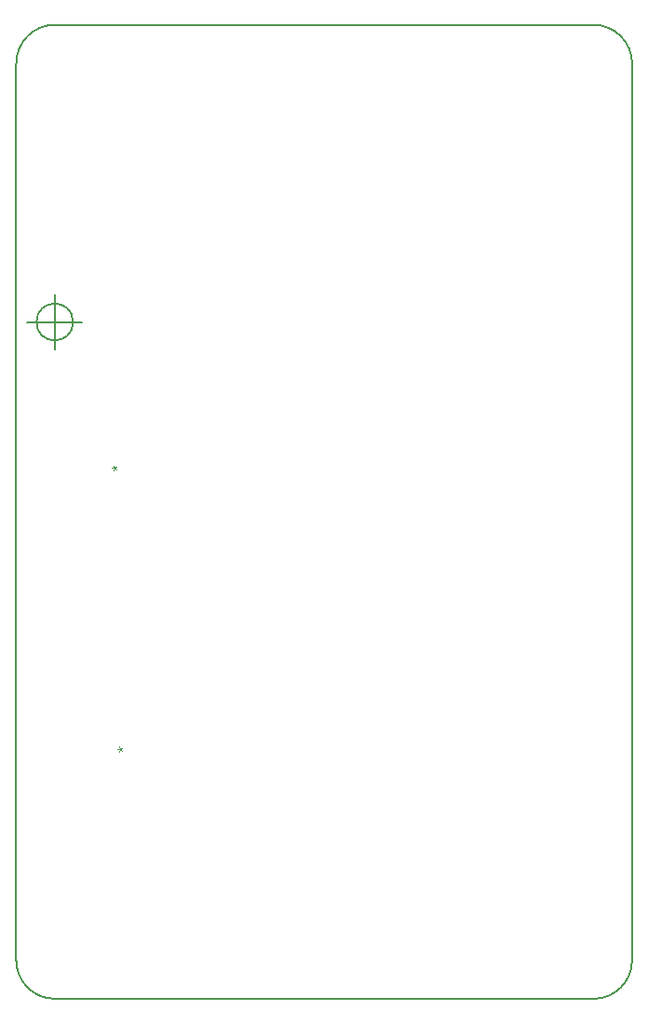
<source format=gbr>
G04 #@! TF.FileFunction,Profile,NP*
%FSLAX46Y46*%
G04 Gerber Fmt 4.6, Leading zero omitted, Abs format (unit mm)*
G04 Created by KiCad (PCBNEW 4.0.7) date 09/09/18 14:05:58*
%MOMM*%
%LPD*%
G01*
G04 APERTURE LIST*
%ADD10C,0.100000*%
%ADD11C,0.150000*%
%ADD12C,0.050000*%
G04 APERTURE END LIST*
D10*
D11*
X81000000Y-126000000D02*
G75*
G03X84500000Y-122500000I0J3500000D01*
G01*
X84500000Y-41000000D02*
G75*
G03X81000000Y-37500000I-3500000J0D01*
G01*
X32000000Y-37500000D02*
G75*
G03X28500000Y-41000000I0J-3500000D01*
G01*
X28500000Y-122500000D02*
G75*
G03X32000000Y-126000000I3500000J0D01*
G01*
X81000000Y-37500000D02*
X32000000Y-37500000D01*
X84500000Y-122500000D02*
X84500000Y-41000000D01*
X32000000Y-126000000D02*
X81000000Y-126000000D01*
X28500000Y-41000000D02*
X28500000Y-122500000D01*
X33666666Y-64500000D02*
G75*
G03X33666666Y-64500000I-1666666J0D01*
G01*
X29500000Y-64500000D02*
X34500000Y-64500000D01*
X32000000Y-62000000D02*
X32000000Y-67000000D01*
D12*
X37712146Y-103332310D02*
X37950241Y-103332310D01*
X37855003Y-103570405D02*
X37950241Y-103332310D01*
X37855003Y-103094214D01*
X38140717Y-103475167D02*
X37950241Y-103332310D01*
X38140717Y-103189452D01*
X37212146Y-77782310D02*
X37450241Y-77782310D01*
X37355003Y-78020405D02*
X37450241Y-77782310D01*
X37355003Y-77544214D01*
X37640717Y-77925167D02*
X37450241Y-77782310D01*
X37640717Y-77639452D01*
M02*

</source>
